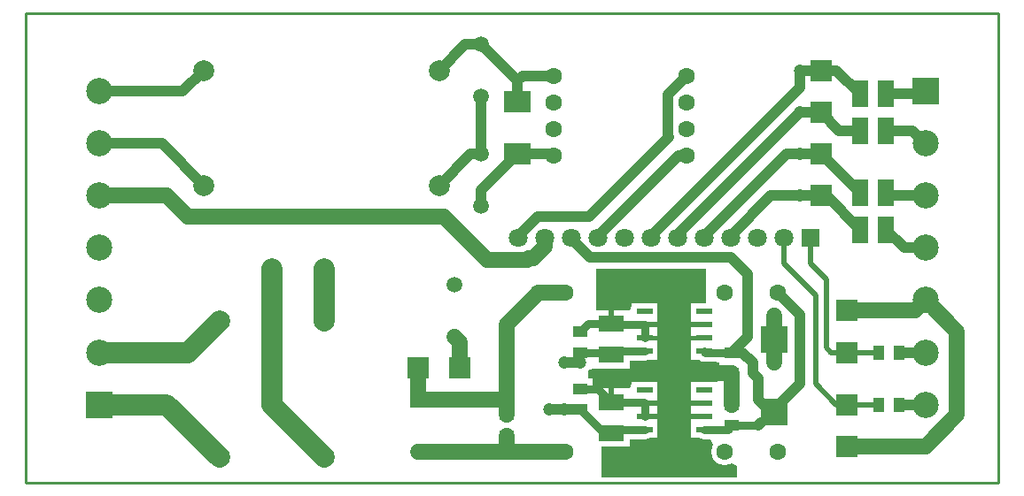
<source format=gbl>
G04 Layer_Physical_Order=2*
G04 Layer_Color=16711680*
%FSLAX42Y42*%
%MOMM*%
G71*
G01*
G75*
%ADD11R,2.00X2.00*%
%ADD12C,1.50*%
%ADD13C,1.00*%
%ADD14C,2.00*%
%ADD15C,0.25*%
%ADD16C,1.50*%
%ADD17R,1.50X1.50*%
%ADD18C,2.00*%
%ADD19C,2.50*%
%ADD20R,2.50X2.50*%
%ADD21R,1.80X1.80*%
%ADD22C,1.80*%
%ADD23C,1.60*%
%ADD24C,1.20*%
%ADD25R,2.50X2.00*%
%ADD26R,2.00X2.00*%
%ADD27R,2.40X1.60*%
%ADD28R,1.40X1.00*%
%ADD29R,1.50X0.60*%
%ADD30R,2.60X2.50*%
%ADD31R,1.00X1.40*%
%ADD32R,1.60X2.50*%
%ADD33C,0.80*%
%ADD34C,0.50*%
G36*
X6500Y1720D02*
X6361D01*
Y1560D01*
Y1539D01*
X6486D01*
Y1489D01*
X6361D01*
Y1434D01*
Y1411D01*
X6486D01*
Y1361D01*
X6361D01*
Y1306D01*
Y1180D01*
X6439D01*
X6460Y1165D01*
X6495Y1158D01*
X6583D01*
X6630Y1150D01*
Y1075D01*
X6750D01*
Y1025D01*
X6630D01*
Y1013D01*
X6611Y970D01*
X6588Y970D01*
X6361D01*
Y810D01*
Y789D01*
X6486D01*
Y739D01*
X6361D01*
Y684D01*
Y661D01*
X6486D01*
Y611D01*
X6361D01*
Y557D01*
Y430D01*
X6443D01*
X6451Y425D01*
X6486Y418D01*
X6544D01*
X6571Y368D01*
X6560Y351D01*
X6549Y300D01*
X6560Y249D01*
X6588Y206D01*
X6631Y178D01*
X6682Y167D01*
X6733Y178D01*
X6750Y189D01*
X6800Y162D01*
Y50D01*
X5500D01*
Y345D01*
X5770D01*
Y418D01*
X5914D01*
X5949Y425D01*
X5957Y430D01*
X6039D01*
Y557D01*
Y611D01*
X5914D01*
Y661D01*
X6039D01*
Y684D01*
Y739D01*
X5914D01*
Y789D01*
X6039D01*
Y810D01*
Y970D01*
X5789D01*
Y947D01*
X5770Y905D01*
X5625D01*
Y775D01*
X5575D01*
Y905D01*
X5430D01*
X5420Y951D01*
Y1000D01*
X5384D01*
X5377Y1009D01*
X5379Y1071D01*
X5386Y1081D01*
X5430Y1095D01*
Y1095D01*
X5770D01*
Y1168D01*
X5914D01*
X5949Y1175D01*
X5957Y1180D01*
X6039D01*
Y1306D01*
Y1361D01*
X5914D01*
Y1411D01*
X6039D01*
Y1434D01*
Y1489D01*
X5914D01*
Y1539D01*
X6039D01*
Y1560D01*
Y1720D01*
X5789D01*
Y1697D01*
X5770Y1655D01*
X5739Y1655D01*
X5625D01*
Y1525D01*
X5575D01*
Y1655D01*
X5450D01*
Y2050D01*
X6500D01*
Y1720D01*
D02*
G37*
D11*
X4150Y1100D02*
D03*
X3750D02*
D03*
D12*
X1550Y2550D02*
X4000D01*
X1350Y2750D02*
X1550Y2550D01*
X700Y2750D02*
X1350D01*
X4600Y650D02*
Y800D01*
Y1520D01*
X3750Y800D02*
X4600D01*
X7850Y350D02*
X8600D01*
X8900Y650D01*
Y1450D01*
X8600Y1750D02*
X8900Y1450D01*
X8500Y1650D02*
X8600Y1750D01*
X7850Y1650D02*
X8500D01*
X6500Y1050D02*
X6750D01*
X4415Y2135D02*
X4795D01*
X4000Y2550D02*
X4415Y2135D01*
X7150Y1375D02*
Y1600D01*
Y1150D02*
Y1375D01*
X6750Y900D02*
Y1050D01*
Y750D02*
Y900D01*
X4600Y1520D02*
X4904Y1824D01*
X4600Y300D02*
Y450D01*
X4904Y300D02*
X5158D01*
X4960Y2260D02*
Y2350D01*
X4850Y2150D02*
X4960Y2260D01*
X4810Y2150D02*
X4850D01*
X4795Y2135D02*
X4810Y2150D01*
X3750Y300D02*
X4904D01*
Y1824D02*
X5158D01*
X4100Y1400D02*
X4150Y1350D01*
Y1100D02*
Y1350D01*
X3750Y800D02*
Y1100D01*
D13*
X5000Y700D02*
X5300D01*
X6900Y1400D02*
Y2000D01*
X6750Y1250D02*
X6900Y1400D01*
X5300Y700D02*
X5300Y700D01*
X5150Y1150D02*
X5300D01*
X6750Y1250D02*
X6850D01*
X6950Y1150D01*
Y1050D02*
Y1150D01*
Y1050D02*
X7000Y1000D01*
Y800D02*
Y1000D01*
Y800D02*
X7075Y725D01*
X7000Y550D02*
X7025Y575D01*
X7400Y950D02*
Y1614D01*
X7138Y688D02*
X7400Y950D01*
X7190Y1824D02*
X7400Y1614D01*
X700Y3750D02*
X1500D01*
X1700Y3950D01*
X700Y3250D02*
X1300D01*
X1700Y2850D01*
X3950Y3950D02*
X4200Y4200D01*
X4350D01*
X4700Y3850D01*
Y3650D02*
Y3850D01*
X4750Y3900D01*
X5050D01*
X3950Y2850D02*
X4250Y3150D01*
X4350D01*
Y3700D01*
Y2650D02*
Y2800D01*
X4700Y3150D01*
X5038D01*
X5050Y3138D01*
X8575Y3725D02*
X8600Y3750D01*
X8225Y3725D02*
X8575D01*
X8475Y3375D02*
X8600Y3250D01*
X8225Y3375D02*
X8475D01*
X7750Y3950D02*
X7975Y3725D01*
X7600Y3950D02*
X7750D01*
X7775Y3375D02*
X7975D01*
X7600Y3550D02*
X7775Y3375D01*
X7975Y2775D02*
Y2775D01*
X7600Y3150D02*
X7975Y2775D01*
X7650Y2750D02*
X7975Y2425D01*
X7600Y2750D02*
X7650D01*
X8225Y2775D02*
X8250Y2750D01*
X8600D01*
X8225Y2425D02*
X8400Y2250D01*
X8600D01*
X7400Y3950D02*
X7600D01*
X7400Y3550D02*
X7600D01*
X7400Y3150D02*
X7600D01*
X7400Y2750D02*
X7600D01*
X8350Y1250D02*
X8600D01*
X8350Y750D02*
X8600D01*
X5214Y2335D02*
X5389Y2160D01*
X5214Y2335D02*
Y2350D01*
X7123Y2750D02*
X7400D01*
X6738Y2365D02*
X7123Y2750D01*
X6738Y2350D02*
Y2365D01*
X7269Y3150D02*
X7400D01*
X6484Y2365D02*
X7269Y3150D01*
X6484Y2350D02*
Y2365D01*
X6230Y2380D02*
X7400Y3550D01*
X6230Y2350D02*
Y2380D01*
X7400Y3789D02*
Y3950D01*
X5976Y2365D02*
X7400Y3789D01*
X5976Y2350D02*
Y2365D01*
X5468Y2350D02*
Y2365D01*
X6319Y3900D02*
X6320D01*
X4706Y2365D02*
X4891Y2550D01*
X4706Y2350D02*
Y2365D01*
X6140Y3317D02*
X6146Y3312D01*
X6140Y3317D02*
Y3721D01*
X6319Y3900D01*
X5468Y2365D02*
X6241Y3138D01*
X6320D01*
X4891Y2550D02*
X5384D01*
X6146Y3312D01*
X5389Y2160D02*
X6740D01*
X6900Y2000D01*
D14*
X700Y750D02*
X1350D01*
X1850Y250D01*
X2850Y1550D02*
Y2050D01*
X2850Y2050D02*
X2850Y2050D01*
X2350Y750D02*
X2850Y250D01*
X2350Y750D02*
Y2050D01*
X700Y1250D02*
X1550D01*
X1850Y1550D01*
D15*
X0Y0D02*
Y4500D01*
X9300D01*
Y0D02*
Y4500D01*
X0Y0D02*
X9300D01*
D16*
X3750Y300D02*
D03*
X2850Y2050D02*
D03*
X2350D02*
D03*
X4100Y1400D02*
D03*
Y1900D02*
D03*
X4350Y3150D02*
D03*
Y2650D02*
D03*
Y3700D02*
D03*
Y4200D02*
D03*
D17*
X3750Y800D02*
D03*
D18*
X3950Y2850D02*
D03*
X1700D02*
D03*
X3950Y3950D02*
D03*
X1700D02*
D03*
X2850Y1550D02*
D03*
X1850D02*
D03*
X2850Y250D02*
D03*
X1850D02*
D03*
D19*
X700Y1750D02*
D03*
Y1250D02*
D03*
Y2250D02*
D03*
Y2750D02*
D03*
Y3250D02*
D03*
Y3750D02*
D03*
X8600Y2750D02*
D03*
Y3250D02*
D03*
Y2250D02*
D03*
Y1750D02*
D03*
Y1250D02*
D03*
Y750D02*
D03*
D20*
X700D02*
D03*
X8600Y3750D02*
D03*
D21*
X7500Y2350D02*
D03*
D22*
X7246D02*
D03*
X6992D02*
D03*
X6738D02*
D03*
X6484D02*
D03*
X6230D02*
D03*
X5468D02*
D03*
X5722D02*
D03*
X5976D02*
D03*
X4706D02*
D03*
X4960D02*
D03*
X5214D02*
D03*
D23*
X4904Y300D02*
D03*
X5158D02*
D03*
X7190D02*
D03*
Y1824D02*
D03*
X6682D02*
D03*
Y300D02*
D03*
X5158Y1824D02*
D03*
X4904D02*
D03*
X6320Y3900D02*
D03*
Y3646D02*
D03*
Y3392D02*
D03*
Y3138D02*
D03*
X5050D02*
D03*
Y3392D02*
D03*
Y3646D02*
D03*
Y3900D02*
D03*
D24*
X7150Y1150D02*
D03*
X6250Y1100D02*
D03*
X5150Y700D02*
D03*
Y1150D02*
D03*
X5000Y700D02*
D03*
X5300Y1150D02*
D03*
X6750Y900D02*
D03*
X7400Y3950D02*
D03*
Y3550D02*
D03*
Y3150D02*
D03*
Y2750D02*
D03*
X7150Y1600D02*
D03*
D25*
X4700Y3650D02*
D03*
Y3150D02*
D03*
D26*
X7600Y3550D02*
D03*
Y3950D02*
D03*
Y2750D02*
D03*
Y3150D02*
D03*
X7850Y750D02*
D03*
Y350D02*
D03*
Y1250D02*
D03*
Y1650D02*
D03*
D27*
X5600Y1225D02*
D03*
Y1525D02*
D03*
Y775D02*
D03*
Y475D02*
D03*
D28*
X4600Y450D02*
D03*
Y650D02*
D03*
X5300Y1250D02*
D03*
Y1450D02*
D03*
Y900D02*
D03*
Y700D02*
D03*
X6750Y750D02*
D03*
Y550D02*
D03*
Y1250D02*
D03*
Y1050D02*
D03*
D29*
X6486Y1260D02*
D03*
Y1386D02*
D03*
Y1514D02*
D03*
Y1641D02*
D03*
X5914D02*
D03*
Y1514D02*
D03*
Y1386D02*
D03*
Y1260D02*
D03*
Y509D02*
D03*
Y636D02*
D03*
Y764D02*
D03*
Y890D02*
D03*
X6486D02*
D03*
Y764D02*
D03*
Y636D02*
D03*
Y509D02*
D03*
D30*
X7150Y675D02*
D03*
Y1375D02*
D03*
D31*
X8350Y1250D02*
D03*
X8150D02*
D03*
X8350Y750D02*
D03*
X8150D02*
D03*
D32*
X7975Y3725D02*
D03*
X8225D02*
D03*
Y3375D02*
D03*
X7975D02*
D03*
Y2775D02*
D03*
X8225D02*
D03*
Y2425D02*
D03*
X7975D02*
D03*
D33*
X5600Y770D02*
X5907D01*
X5471Y900D02*
X5600Y770D01*
X5300Y900D02*
X5471D01*
X5375Y1525D02*
X5600D01*
X5300Y1450D02*
X5375Y1525D01*
X5914Y639D02*
Y764D01*
X5907Y770D02*
X5914Y764D01*
Y1390D02*
Y1514D01*
X5612D02*
X5914D01*
X5600Y1525D02*
X5612Y1514D01*
X6750Y550D02*
X7000D01*
X5300Y1150D02*
Y1250D01*
Y700D02*
X5525Y475D01*
X5600D01*
X5635Y509D01*
X5914D01*
X5300Y1250D02*
X5575D01*
X5600Y1225D01*
X5635Y1260D01*
X5914D01*
X6710Y509D02*
X6750Y550D01*
X6486Y509D02*
X6710D01*
X6486Y1260D02*
X6495Y1250D01*
X6750D01*
D34*
X7246Y2104D02*
X7550Y1800D01*
Y950D02*
Y1800D01*
Y950D02*
X7750Y750D01*
X7850D02*
X8150D01*
X7850Y1250D02*
X8150D01*
X7700D02*
X7850D01*
X7650Y1300D02*
X7700Y1250D01*
X7650Y1300D02*
Y1950D01*
X7500Y2100D02*
X7650Y1950D01*
X7500Y2100D02*
Y2350D01*
X7750Y750D02*
X7850D01*
X7246Y2104D02*
Y2350D01*
M02*

</source>
